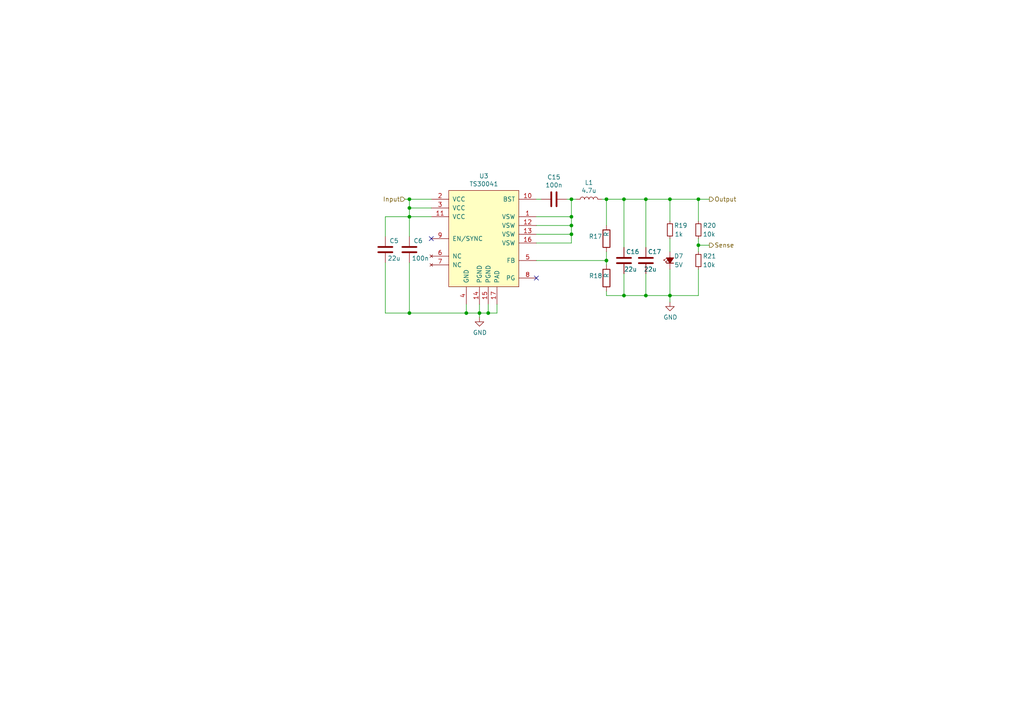
<source format=kicad_sch>
(kicad_sch (version 20211123) (generator eeschema)
  (paper "A4")
  (lib_symbols
    (symbol "Device:C" (pin_numbers hide) (pin_names (offset 0.254))
      (property "Reference" "C" (at 0.635 2.54 0))
      (property "Value" "C" (at 0.635 -2.54 0))
      (symbol "C_0_1"
        (polyline (pts (xy -2.032 -0.762) (xy 2.032 -0.762)) (stroke (width 0.508)))
        (polyline (pts (xy -2.032 0.762) (xy 2.032 0.762)) (stroke (width 0.508)))
      )
      (symbol "C_1_1"
        (pin passive line (at 0 3.81 270) (length 2.794) (name "~") (number "1"))
        (pin passive line (at 0 -3.81 90) (length 2.794) (name "~") (number "2"))
      )
    )
    (symbol "Device:L" (pin_numbers hide) (pin_names (offset 1.016) hide)
      (property "Reference" "L" (at -1.27 0 90))
      (property "Value" "L" (at 1.905 0 90))
      (symbol "L_0_1"
        (arc (start 0 -2.54) (mid 0.635 -1.905) (end 0 -1.27))
        (arc (start 0 -1.27) (mid 0.635 -0.635) (end 0 0))
        (arc (start 0 0) (mid 0.635 0.635) (end 0 1.27))
        (arc (start 0 1.27) (mid 0.635 1.905) (end 0 2.54))
      )
      (symbol "L_1_1"
        (pin passive line (at 0 3.81 270) (length 1.27) (name "1") (number "1"))
        (pin passive line (at 0 -3.81 90) (length 1.27) (name "2") (number "2"))
      )
    )
    (symbol "Device:LED_Small_Filled" (pin_numbers hide) (pin_names (offset 0.254) hide)
      (property "Reference" "D" (at -1.27 3.175 0))
      (property "Value" "LED_Small_Filled" (at -4.445 -2.54 0))
      (symbol "LED_Small_Filled_0_1"
        (polyline (pts (xy -0.762 -1.016) (xy -0.762 1.016)) (stroke (width 0.254)))
        (polyline (pts (xy 1.016 0) (xy -0.762 0)))
        (polyline (pts (xy 0.762 -1.016) (xy -0.762 0) (xy 0.762 1.016) (xy 0.762 -1.016)) (stroke (width 0.254)) (fill (type outline)))
        (polyline (pts (xy 0 0.762) (xy -0.508 1.27) (xy -0.254 1.27) (xy -0.508 1.27) (xy -0.508 1.016)))
        (polyline (pts (xy 0.508 1.27) (xy 0 1.778) (xy 0.254 1.778) (xy 0 1.778) (xy 0 1.524)))
      )
      (symbol "LED_Small_Filled_1_1"
        (pin passive line (at -2.54 0 0) (length 1.778) (name "K") (number "1"))
        (pin passive line (at 2.54 0 180) (length 1.778) (name "A") (number "2"))
      )
    )
    (symbol "Device:R" (pin_numbers hide) (pin_names (offset 0))
      (property "Reference" "R" (at 2.032 0 90))
      (property "Value" "R" (at 0 0 90))
      (symbol "R_0_1"
        (rectangle (start -1.016 -2.54) (end 1.016 2.54) (stroke (width 0.254)))
      )
      (symbol "R_1_1"
        (pin passive line (at 0 3.81 270) (length 1.27) (name "~") (number "1"))
        (pin passive line (at 0 -3.81 90) (length 1.27) (name "~") (number "2"))
      )
    )
    (symbol "Device:R_Small" (pin_numbers hide) (pin_names (offset 0.254) hide)
      (property "Reference" "R" (at 0.762 0.508 0))
      (property "Value" "R_Small" (at 0.762 -1.016 0))
      (symbol "R_Small_0_1"
        (rectangle (start -0.762 1.778) (end 0.762 -1.778) (stroke (width 0.2032)))
      )
      (symbol "R_Small_1_1"
        (pin passive line (at 0 2.54 270) (length 0.762) (name "~") (number "1"))
        (pin passive line (at 0 -2.54 90) (length 0.762) (name "~") (number "2"))
      )
    )
    (symbol "TXV_Library_Symbols:TS30041" (pin_names (offset 1.016))
      (property "Reference" "U" (at 0 17.78 0))
      (property "Value" "TS30041" (at 0 15.24 0))
      (symbol "TS30041_0_1"
        (rectangle (start -10.16 13.97) (end 10.16 -13.97) (fill (type background)))
      )
      (symbol "TS30041_1_1"
        (pin bidirectional line (at 15.24 6.35 180) (length 5.08) (name "VSW") (number "1"))
        (pin bidirectional line (at 15.24 11.43 180) (length 5.08) (name "BST") (number "10"))
        (pin power_in line (at -15.24 6.35 0) (length 5.08) (name "VCC") (number "11"))
        (pin bidirectional line (at 15.24 3.81 180) (length 5.08) (name "VSW") (number "12"))
        (pin bidirectional line (at 15.24 1.27 180) (length 5.08) (name "VSW") (number "13"))
        (pin power_in line (at -1.27 -19.05 90) (length 5.08) (name "PGND") (number "14"))
        (pin power_in line (at 1.27 -19.05 90) (length 5.08) (name "PGND") (number "15"))
        (pin bidirectional line (at 15.24 -1.27 180) (length 5.08) (name "VSW") (number "16"))
        (pin power_in line (at 3.81 -19.05 90) (length 5.08) (name "PAD") (number "17"))
        (pin power_in line (at -15.24 11.43 0) (length 5.08) (name "VCC") (number "2"))
        (pin power_in line (at -15.24 8.89 0) (length 5.08) (name "VCC") (number "3"))
        (pin power_in line (at -5.08 -19.05 90) (length 5.08) (name "GND") (number "4"))
        (pin input line (at 15.24 -6.35 180) (length 5.08) (name "FB") (number "5"))
        (pin no_connect line (at -15.24 -5.08 0) (length 5.08) (name "NC") (number "6"))
        (pin no_connect line (at -15.24 -7.62 0) (length 5.08) (name "NC") (number "7"))
        (pin open_collector line (at 15.24 -11.43 180) (length 5.08) (name "PG") (number "8"))
        (pin input line (at -15.24 0 0) (length 5.08) (name "EN/SYNC") (number "9"))
      )
    )
    (symbol "power:GND" (power) (pin_names (offset 0))
      (property "Value" "GND" (at 0 -3.81 0))
      (symbol "GND_0_1"
        (polyline (pts (xy 0 0) (xy 0 -1.27) (xy 1.27 -1.27) (xy 0 -2.54) (xy -1.27 -1.27) (xy 0 -1.27)))
      )
      (symbol "GND_1_1"
        (pin power_in line (at 0 0 270) (length 0) hide (name "GND") (number "1"))
      )
    )
  )
  (junction (at 139.065 90.805))
  (junction (at 165.735 57.785))
  (junction (at 165.735 65.405))
  (junction (at 118.745 90.805))
  (junction (at 175.895 57.785))
  (junction (at 118.745 62.865))
  (junction (at 165.735 62.865))
  (junction (at 194.31 85.725))
  (junction (at 118.745 60.325))
  (junction (at 202.565 57.785))
  (junction (at 202.565 71.12))
  (junction (at 180.975 57.785))
  (junction (at 175.895 75.565))
  (junction (at 187.325 85.725))
  (junction (at 141.605 90.805))
  (junction (at 165.735 67.945))
  (junction (at 194.31 57.785))
  (junction (at 187.325 57.785))
  (junction (at 135.255 90.805))
  (junction (at 180.975 85.725))
  (junction (at 118.745 57.785))
  (no_connect (at 125.095 69.215))
  (no_connect (at 155.575 80.645))
  (wire (pts (xy 202.565 73.025) (xy 202.565 71.12)))
  (wire (pts (xy 194.31 87.63) (xy 194.31 85.725)))
  (wire (pts (xy 111.76 62.865) (xy 111.76 68.58)))
  (wire (pts (xy 175.895 73.025) (xy 175.895 75.565)))
  (wire (pts (xy 194.31 57.785) (xy 202.565 57.785)))
  (wire (pts (xy 111.76 62.865) (xy 118.745 62.865)))
  (wire (pts (xy 118.745 62.865) (xy 118.745 60.325)))
  (wire (pts (xy 118.745 62.865) (xy 125.095 62.865)))
  (wire (pts (xy 144.145 88.265) (xy 144.145 90.805)))
  (wire (pts (xy 194.31 57.785) (xy 194.31 64.135)))
  (wire (pts (xy 165.735 67.945) (xy 165.735 65.405)))
  (wire (pts (xy 175.895 57.785) (xy 180.975 57.785)))
  (wire (pts (xy 139.065 92.075) (xy 139.065 90.805)))
  (wire (pts (xy 180.975 79.375) (xy 180.975 85.725)))
  (wire (pts (xy 202.565 57.785) (xy 205.74 57.785)))
  (wire (pts (xy 111.76 90.805) (xy 111.76 76.2)))
  (wire (pts (xy 194.31 78.105) (xy 194.31 85.725)))
  (wire (pts (xy 165.735 70.485) (xy 165.735 67.945)))
  (wire (pts (xy 141.605 88.265) (xy 141.605 90.805)))
  (wire (pts (xy 111.76 90.805) (xy 118.745 90.805)))
  (wire (pts (xy 202.565 71.12) (xy 205.74 71.12)))
  (wire (pts (xy 187.325 57.785) (xy 187.325 71.755)))
  (wire (pts (xy 187.325 57.785) (xy 194.31 57.785)))
  (wire (pts (xy 180.975 57.785) (xy 187.325 57.785)))
  (wire (pts (xy 135.255 90.805) (xy 135.255 88.265)))
  (wire (pts (xy 118.745 57.785) (xy 125.095 57.785)))
  (wire (pts (xy 187.325 85.725) (xy 194.31 85.725)))
  (wire (pts (xy 117.475 57.785) (xy 118.745 57.785)))
  (wire (pts (xy 141.605 90.805) (xy 139.065 90.805)))
  (wire (pts (xy 139.065 90.805) (xy 135.255 90.805)))
  (wire (pts (xy 118.745 60.325) (xy 118.745 57.785)))
  (wire (pts (xy 165.735 65.405) (xy 155.575 65.405)))
  (wire (pts (xy 180.975 71.755) (xy 180.975 57.785)))
  (wire (pts (xy 194.31 69.215) (xy 194.31 73.025)))
  (wire (pts (xy 194.31 85.725) (xy 202.565 85.725)))
  (wire (pts (xy 175.895 76.835) (xy 175.895 75.565)))
  (wire (pts (xy 175.895 84.455) (xy 175.895 85.725)))
  (wire (pts (xy 175.895 57.785) (xy 175.895 65.405)))
  (wire (pts (xy 202.565 64.135) (xy 202.565 57.785)))
  (wire (pts (xy 167.005 57.785) (xy 165.735 57.785)))
  (wire (pts (xy 202.565 71.12) (xy 202.565 69.215)))
  (wire (pts (xy 155.575 75.565) (xy 175.895 75.565)))
  (wire (pts (xy 155.575 62.865) (xy 165.735 62.865)))
  (wire (pts (xy 155.575 67.945) (xy 165.735 67.945)))
  (wire (pts (xy 180.975 85.725) (xy 187.325 85.725)))
  (wire (pts (xy 139.065 88.265) (xy 139.065 90.805)))
  (wire (pts (xy 118.745 76.2) (xy 118.745 90.805)))
  (wire (pts (xy 165.735 57.785) (xy 164.465 57.785)))
  (wire (pts (xy 165.735 65.405) (xy 165.735 62.865)))
  (wire (pts (xy 174.625 57.785) (xy 175.895 57.785)))
  (wire (pts (xy 202.565 85.725) (xy 202.565 78.105)))
  (wire (pts (xy 175.895 85.725) (xy 180.975 85.725)))
  (wire (pts (xy 118.745 90.805) (xy 135.255 90.805)))
  (wire (pts (xy 155.575 70.485) (xy 165.735 70.485)))
  (wire (pts (xy 156.845 57.785) (xy 155.575 57.785)))
  (wire (pts (xy 118.745 62.865) (xy 118.745 68.58)))
  (wire (pts (xy 165.735 62.865) (xy 165.735 57.785)))
  (wire (pts (xy 118.745 60.325) (xy 125.095 60.325)))
  (wire (pts (xy 144.145 90.805) (xy 141.605 90.805)))
  (wire (pts (xy 187.325 85.725) (xy 187.325 79.375)))
  (hierarchical_label "Sense" (shape output) (at 205.74 71.12 0))
  (hierarchical_label "Output" (shape output) (at 205.74 57.785 0))
  (hierarchical_label "Input" (shape input) (at 117.475 57.785 180))
  (symbol (lib_id "Device:R_Small") (at 202.565 75.565 0) (unit 1)
    (property "Reference" "R21" (at 203.835 74.295 0) (effects (justify left)))
    (property "Value" "10k" (at 203.835 76.835 0) (effects (justify left)))
    (property "Footprint" "Resistor_SMD:R_0603_1608Metric" (effects hide))
  )
  (symbol (lib_id "Device:C") (at 111.76 72.39 180) (unit 1)
    (property "Reference" "C5" (at 114.3 69.85 0))
    (property "Value" "22u" (at 114.3 74.93 0))
    (property "Footprint" "Capacitor_SMD:C_0805_2012Metric" (effects hide))
  )
  (symbol (lib_id "Device:L") (at 170.815 57.785 90) (unit 1)
    (property "Reference" "L1" (at 170.815 52.959 90))
    (property "Value" "4.7u" (at 170.815 55.2704 90))
    (property "Footprint" "TXV_Library_Footprints:SRN4018TA-4R7M" (effects hide))
  )
  (symbol (lib_id "Device:C") (at 187.325 75.565 180) (unit 1)
    (property "Reference" "C17" (at 189.865 73.025 0))
    (property "Value" "22u" (at 188.595 78.105 0))
    (property "Footprint" "Capacitor_SMD:C_0805_2012Metric" (effects hide))
  )
  (symbol (lib_id "Device:LED_Small_Filled") (at 194.31 75.565 90) (unit 1)
    (property "Reference" "D7" (at 196.85 74.295 90))
    (property "Value" "5V" (at 196.85 76.835 90))
    (property "Footprint" "LED_SMD:LED_0603_1608Metric" (effects hide))
  )
  (symbol (lib_id "power:GND") (at 139.065 92.075 0) (unit 1)
    (property "Reference" "#PWR093" (effects hide))
    (property "Value" "GND" (at 139.192 96.4692 0))
  )
  (symbol (lib_id "Device:C") (at 180.975 75.565 180) (unit 1)
    (property "Reference" "C16" (at 183.515 73.025 0))
    (property "Value" "22u" (at 182.88 78.105 0))
    (property "Footprint" "Capacitor_SMD:C_0805_2012Metric" (effects hide))
  )
  (symbol (lib_id "Device:R_Small") (at 194.31 66.675 0) (unit 1)
    (property "Reference" "R19" (at 199.39 65.405 0) (effects (justify right)))
    (property "Value" "1k" (at 198.12 67.945 0) (effects (justify right)))
    (property "Footprint" "Resistor_SMD:R_0603_1608Metric" (effects hide))
  )
  (symbol (lib_id "power:GND") (at 194.31 87.63 0) (unit 1)
    (property "Reference" "#PWR0101" (effects hide))
    (property "Value" "GND" (at 194.437 92.0242 0))
  )
  (symbol (lib_id "Device:R") (at 175.895 80.645 0) (unit 1)
    (property "Reference" "R18" (at 170.815 80.01 0) (effects (justify left)))
    (property "Value" "R" (at 175.895 80.645 90) (effects (justify left)))
    (property "Footprint" "Resistor_SMD:R_0603_1608Metric" (effects hide))
  )
  (symbol (lib_id "Device:R_Small") (at 202.565 66.675 0) (unit 1)
    (property "Reference" "R20" (at 203.835 65.405 0) (effects (justify left)))
    (property "Value" "10k" (at 203.835 67.945 0) (effects (justify left)))
    (property "Footprint" "Resistor_SMD:R_0603_1608Metric" (effects hide))
  )
  (symbol (lib_id "Device:R") (at 175.895 69.215 180) (unit 1)
    (property "Reference" "R17" (at 172.72 68.58 0))
    (property "Value" "R" (at 175.895 67.945 90))
    (property "Footprint" "Resistor_SMD:R_0603_1608Metric" (effects hide))
  )
  (symbol (lib_id "TXV_Library_Symbols:TS30041") (at 140.335 69.215 0) (unit 1)
    (property "Reference" "U3" (at 140.335 51.054 0))
    (property "Value" "TS30041" (at 140.335 53.3654 0))
    (property "Footprint" "Package_DFN_QFN:QFN-16-1EP_3x3mm_P0.5mm_EP1.75x1.75mm_ThermalVias" (effects hide))
  )
  (symbol (lib_id "Device:C") (at 160.655 57.785 270) (unit 1)
    (property "Reference" "C15" (at 160.655 51.3842 90))
    (property "Value" "100n" (at 160.655 53.6956 90))
    (property "Footprint" "Capacitor_SMD:C_0402_1005Metric" (effects hide))
  )
  (symbol (lib_id "Device:C") (at 118.745 72.39 0) (unit 1)
    (property "Reference" "C6" (at 121.285 69.85 0))
    (property "Value" "100n" (at 121.92 74.93 0))
    (property "Footprint" "Capacitor_SMD:C_0402_1005Metric" (effects hide))
  )
)
</source>
